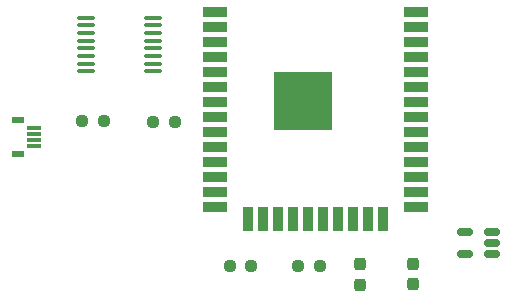
<source format=gbr>
%TF.GenerationSoftware,KiCad,Pcbnew,(6.0.2-0)*%
%TF.CreationDate,2022-03-23T11:08:56-04:00*%
%TF.ProjectId,Snoopy,536e6f6f-7079-42e6-9b69-6361645f7063,v03*%
%TF.SameCoordinates,Original*%
%TF.FileFunction,Paste,Top*%
%TF.FilePolarity,Positive*%
%FSLAX46Y46*%
G04 Gerber Fmt 4.6, Leading zero omitted, Abs format (unit mm)*
G04 Created by KiCad (PCBNEW (6.0.2-0)) date 2022-03-23 11:08:56*
%MOMM*%
%LPD*%
G01*
G04 APERTURE LIST*
G04 Aperture macros list*
%AMRoundRect*
0 Rectangle with rounded corners*
0 $1 Rounding radius*
0 $2 $3 $4 $5 $6 $7 $8 $9 X,Y pos of 4 corners*
0 Add a 4 corners polygon primitive as box body*
4,1,4,$2,$3,$4,$5,$6,$7,$8,$9,$2,$3,0*
0 Add four circle primitives for the rounded corners*
1,1,$1+$1,$2,$3*
1,1,$1+$1,$4,$5*
1,1,$1+$1,$6,$7*
1,1,$1+$1,$8,$9*
0 Add four rect primitives between the rounded corners*
20,1,$1+$1,$2,$3,$4,$5,0*
20,1,$1+$1,$4,$5,$6,$7,0*
20,1,$1+$1,$6,$7,$8,$9,0*
20,1,$1+$1,$8,$9,$2,$3,0*%
G04 Aperture macros list end*
%ADD10R,2.000000X0.900000*%
%ADD11R,0.900000X2.000000*%
%ADD12R,5.000000X5.000000*%
%ADD13RoundRect,0.237500X-0.250000X-0.237500X0.250000X-0.237500X0.250000X0.237500X-0.250000X0.237500X0*%
%ADD14RoundRect,0.100000X-0.637500X-0.100000X0.637500X-0.100000X0.637500X0.100000X-0.637500X0.100000X0*%
%ADD15RoundRect,0.237500X0.237500X-0.300000X0.237500X0.300000X-0.237500X0.300000X-0.237500X-0.300000X0*%
%ADD16RoundRect,0.150000X0.512500X0.150000X-0.512500X0.150000X-0.512500X-0.150000X0.512500X-0.150000X0*%
%ADD17R,1.210000X0.299999*%
%ADD18R,1.000001X0.519999*%
%ADD19RoundRect,0.237500X0.250000X0.237500X-0.250000X0.237500X-0.250000X-0.237500X0.250000X-0.237500X0*%
G04 APERTURE END LIST*
D10*
%TO.C,U3*%
X126196200Y-73025000D03*
X126196200Y-74295000D03*
X126196200Y-75565000D03*
X126196200Y-76835000D03*
X126196200Y-78105000D03*
X126196200Y-79375000D03*
X126196200Y-80645000D03*
X126196200Y-81915000D03*
X126196200Y-83185000D03*
X126196200Y-84455000D03*
X126196200Y-85725000D03*
X126196200Y-86995000D03*
X126196200Y-88265000D03*
X126196200Y-89535000D03*
D11*
X128981200Y-90535000D03*
X130251200Y-90535000D03*
X131521200Y-90535000D03*
X132791200Y-90535000D03*
X134061200Y-90535000D03*
X135331200Y-90535000D03*
X136601200Y-90535000D03*
X137871200Y-90535000D03*
X139141200Y-90535000D03*
X140411200Y-90535000D03*
D10*
X143196200Y-89535000D03*
X143196200Y-88265000D03*
X143196200Y-86995000D03*
X143196200Y-85725000D03*
X143196200Y-84455000D03*
X143196200Y-83185000D03*
X143196200Y-81915000D03*
X143196200Y-80645000D03*
X143196200Y-79375000D03*
X143196200Y-78105000D03*
X143196200Y-76835000D03*
X143196200Y-75565000D03*
X143196200Y-74295000D03*
X143196200Y-73025000D03*
D12*
X133696200Y-80525000D03*
%TD*%
D13*
%TO.C,R3*%
X121009400Y-82296000D03*
X122834400Y-82296000D03*
%TD*%
%TO.C,R1*%
X127461000Y-94513400D03*
X129286000Y-94513400D03*
%TD*%
D14*
%TO.C,U1*%
X115272900Y-73467800D03*
X115272900Y-74117800D03*
X115272900Y-74767800D03*
X115272900Y-75417800D03*
X115272900Y-76067800D03*
X115272900Y-76717800D03*
X115272900Y-77367800D03*
X115272900Y-78017800D03*
X120997900Y-78017800D03*
X120997900Y-77367800D03*
X120997900Y-76717800D03*
X120997900Y-76067800D03*
X120997900Y-75417800D03*
X120997900Y-74767800D03*
X120997900Y-74117800D03*
X120997900Y-73467800D03*
%TD*%
D15*
%TO.C,C1*%
X143002000Y-96010900D03*
X143002000Y-94285900D03*
%TD*%
D16*
%TO.C,U2*%
X149651300Y-93507600D03*
X149651300Y-92557600D03*
X149651300Y-91607600D03*
X147376300Y-91607600D03*
X147376300Y-93507600D03*
%TD*%
D17*
%TO.C,J3*%
X110903202Y-82816001D03*
X110903202Y-83316001D03*
X110903202Y-83816002D03*
X110903202Y-84316001D03*
D18*
X109548201Y-82126003D03*
X109548201Y-85005997D03*
%TD*%
D15*
%TO.C,C2*%
X138506200Y-96061700D03*
X138506200Y-94336700D03*
%TD*%
D19*
%TO.C,R4*%
X135073400Y-94488000D03*
X133248400Y-94488000D03*
%TD*%
D13*
%TO.C,R2*%
X114964200Y-82245200D03*
X116789200Y-82245200D03*
%TD*%
M02*

</source>
